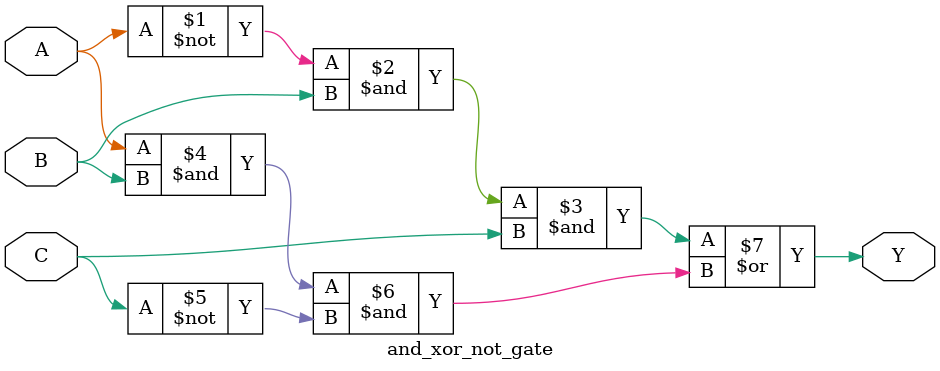
<source format=sv>
module and_xor_not_gate (
    input wire A, B, C,   // 输入A, B, C
    output wire Y         // 输出Y
);
    // 直接实现布尔表达式: Y = (A&B^C) & (~A)
    // 使用德摩根定律和布尔代数简化: Y = (A&B&~C) | (~A&B&C)
    assign Y = (~A & B & C) | (A & B & ~C);
endmodule
</source>
